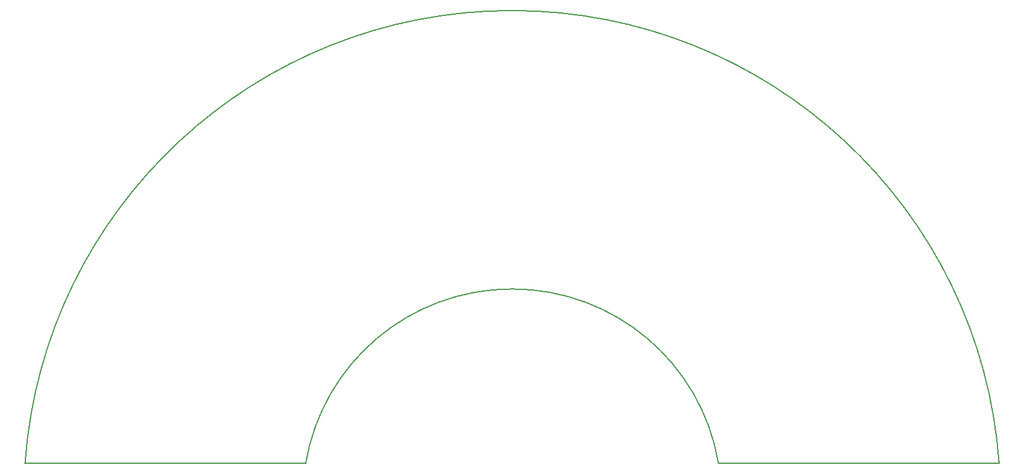
<source format=gbr>
%TF.GenerationSoftware,KiCad,Pcbnew,9.0.0*%
%TF.CreationDate,2025-06-25T22:47:07+09:00*%
%TF.ProjectId,_____,abe1e9bb-772e-46b6-9963-61645f706362,rev?*%
%TF.SameCoordinates,Original*%
%TF.FileFunction,Profile,NP*%
%FSLAX46Y46*%
G04 Gerber Fmt 4.6, Leading zero omitted, Abs format (unit mm)*
G04 Created by KiCad (PCBNEW 9.0.0) date 2025-06-25 22:47:07*
%MOMM*%
%LPD*%
G01*
G04 APERTURE LIST*
%TA.AperFunction,Profile*%
%ADD10C,0.200000*%
%TD*%
G04 APERTURE END LIST*
D10*
X140240801Y-95000000D02*
G75*
G02*
X199401597Y-95000000I29580398J-4999998D01*
G01*
X100000000Y-95000000D02*
X140240801Y-95000000D01*
X100000000Y-95000000D02*
G75*
G02*
X239642398Y-95000000I69821199J-4999998D01*
G01*
X199401596Y-95000000D02*
X239642397Y-95000000D01*
M02*

</source>
